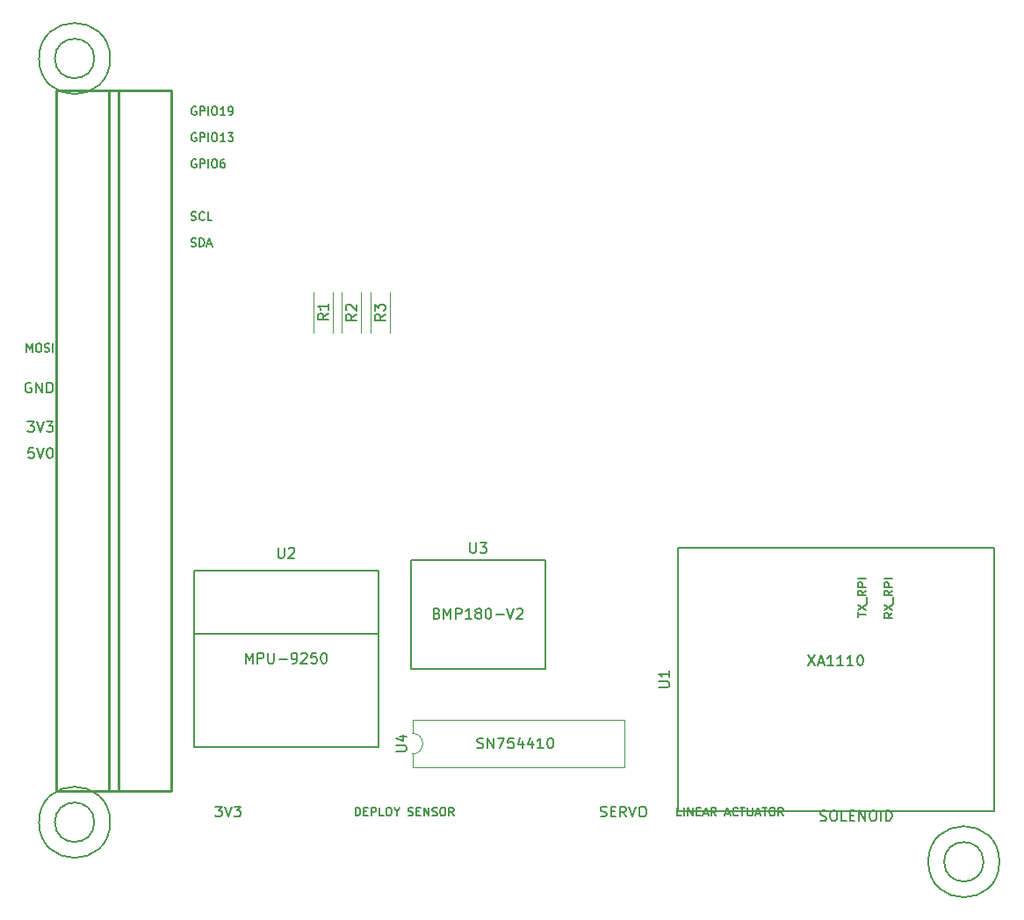
<source format=gto>
G04 #@! TF.GenerationSoftware,KiCad,Pcbnew,6.0.0-rc1-unknown-eabae68~66~ubuntu18.04.1*
G04 #@! TF.CreationDate,2018-10-31T19:35:59-03:00*
G04 #@! TF.ProjectId,Balloon_bus,42616C6C6F6F6E5F6275732E6B696361,rev?*
G04 #@! TF.SameCoordinates,Original*
G04 #@! TF.FileFunction,Legend,Top*
G04 #@! TF.FilePolarity,Positive*
%FSLAX46Y46*%
G04 Gerber Fmt 4.6, Leading zero omitted, Abs format (unit mm)*
G04 Created by KiCad (PCBNEW 6.0.0-rc1-unknown-eabae68~66~ubuntu18.04.1) date mié 31 oct 2018 19:35:59 -03*
%MOMM*%
%LPD*%
G01*
G04 APERTURE LIST*
%ADD10C,0.150000*%
%ADD11C,0.254000*%
%ADD12C,0.203200*%
%ADD13C,0.152400*%
%ADD14C,0.120000*%
G04 APERTURE END LIST*
D10*
X184441904Y-121602261D02*
X184060952Y-121868928D01*
X184441904Y-122059404D02*
X183641904Y-122059404D01*
X183641904Y-121754642D01*
X183680000Y-121678452D01*
X183718095Y-121640357D01*
X183794285Y-121602261D01*
X183908571Y-121602261D01*
X183984761Y-121640357D01*
X184022857Y-121678452D01*
X184060952Y-121754642D01*
X184060952Y-122059404D01*
X183641904Y-121335595D02*
X184441904Y-120802261D01*
X183641904Y-120802261D02*
X184441904Y-121335595D01*
X184518095Y-120687976D02*
X184518095Y-120078452D01*
X184441904Y-119430833D02*
X184060952Y-119697500D01*
X184441904Y-119887976D02*
X183641904Y-119887976D01*
X183641904Y-119583214D01*
X183680000Y-119507023D01*
X183718095Y-119468928D01*
X183794285Y-119430833D01*
X183908571Y-119430833D01*
X183984761Y-119468928D01*
X184022857Y-119507023D01*
X184060952Y-119583214D01*
X184060952Y-119887976D01*
X184441904Y-119087976D02*
X183641904Y-119087976D01*
X183641904Y-118783214D01*
X183680000Y-118707023D01*
X183718095Y-118668928D01*
X183794285Y-118630833D01*
X183908571Y-118630833D01*
X183984761Y-118668928D01*
X184022857Y-118707023D01*
X184060952Y-118783214D01*
X184060952Y-119087976D01*
X184441904Y-118287976D02*
X183641904Y-118287976D01*
X181101904Y-121983214D02*
X181101904Y-121526071D01*
X181901904Y-121754642D02*
X181101904Y-121754642D01*
X181101904Y-121335595D02*
X181901904Y-120802261D01*
X181101904Y-120802261D02*
X181901904Y-121335595D01*
X181978095Y-120687976D02*
X181978095Y-120078452D01*
X181901904Y-119430833D02*
X181520952Y-119697500D01*
X181901904Y-119887976D02*
X181101904Y-119887976D01*
X181101904Y-119583214D01*
X181140000Y-119507023D01*
X181178095Y-119468928D01*
X181254285Y-119430833D01*
X181368571Y-119430833D01*
X181444761Y-119468928D01*
X181482857Y-119507023D01*
X181520952Y-119583214D01*
X181520952Y-119887976D01*
X181901904Y-119087976D02*
X181101904Y-119087976D01*
X181101904Y-118783214D01*
X181140000Y-118707023D01*
X181178095Y-118668928D01*
X181254285Y-118630833D01*
X181368571Y-118630833D01*
X181444761Y-118668928D01*
X181482857Y-118707023D01*
X181520952Y-118783214D01*
X181520952Y-119087976D01*
X181901904Y-118287976D02*
X181101904Y-118287976D01*
X117307023Y-72797800D02*
X117230833Y-72759704D01*
X117116547Y-72759704D01*
X117002261Y-72797800D01*
X116926071Y-72873990D01*
X116887976Y-72950180D01*
X116849880Y-73102561D01*
X116849880Y-73216847D01*
X116887976Y-73369228D01*
X116926071Y-73445419D01*
X117002261Y-73521609D01*
X117116547Y-73559704D01*
X117192738Y-73559704D01*
X117307023Y-73521609D01*
X117345119Y-73483514D01*
X117345119Y-73216847D01*
X117192738Y-73216847D01*
X117687976Y-73559704D02*
X117687976Y-72759704D01*
X117992738Y-72759704D01*
X118068928Y-72797800D01*
X118107023Y-72835895D01*
X118145119Y-72912085D01*
X118145119Y-73026371D01*
X118107023Y-73102561D01*
X118068928Y-73140657D01*
X117992738Y-73178752D01*
X117687976Y-73178752D01*
X118487976Y-73559704D02*
X118487976Y-72759704D01*
X119021309Y-72759704D02*
X119173690Y-72759704D01*
X119249880Y-72797800D01*
X119326071Y-72873990D01*
X119364166Y-73026371D01*
X119364166Y-73293038D01*
X119326071Y-73445419D01*
X119249880Y-73521609D01*
X119173690Y-73559704D01*
X119021309Y-73559704D01*
X118945119Y-73521609D01*
X118868928Y-73445419D01*
X118830833Y-73293038D01*
X118830833Y-73026371D01*
X118868928Y-72873990D01*
X118945119Y-72797800D01*
X119021309Y-72759704D01*
X120126071Y-73559704D02*
X119668928Y-73559704D01*
X119897500Y-73559704D02*
X119897500Y-72759704D01*
X119821309Y-72873990D01*
X119745119Y-72950180D01*
X119668928Y-72988276D01*
X120507023Y-73559704D02*
X120659404Y-73559704D01*
X120735595Y-73521609D01*
X120773690Y-73483514D01*
X120849880Y-73369228D01*
X120887976Y-73216847D01*
X120887976Y-72912085D01*
X120849880Y-72835895D01*
X120811785Y-72797800D01*
X120735595Y-72759704D01*
X120583214Y-72759704D01*
X120507023Y-72797800D01*
X120468928Y-72835895D01*
X120430833Y-72912085D01*
X120430833Y-73102561D01*
X120468928Y-73178752D01*
X120507023Y-73216847D01*
X120583214Y-73254942D01*
X120735595Y-73254942D01*
X120811785Y-73216847D01*
X120849880Y-73178752D01*
X120887976Y-73102561D01*
X117307023Y-75337800D02*
X117230833Y-75299704D01*
X117116547Y-75299704D01*
X117002261Y-75337800D01*
X116926071Y-75413990D01*
X116887976Y-75490180D01*
X116849880Y-75642561D01*
X116849880Y-75756847D01*
X116887976Y-75909228D01*
X116926071Y-75985419D01*
X117002261Y-76061609D01*
X117116547Y-76099704D01*
X117192738Y-76099704D01*
X117307023Y-76061609D01*
X117345119Y-76023514D01*
X117345119Y-75756847D01*
X117192738Y-75756847D01*
X117687976Y-76099704D02*
X117687976Y-75299704D01*
X117992738Y-75299704D01*
X118068928Y-75337800D01*
X118107023Y-75375895D01*
X118145119Y-75452085D01*
X118145119Y-75566371D01*
X118107023Y-75642561D01*
X118068928Y-75680657D01*
X117992738Y-75718752D01*
X117687976Y-75718752D01*
X118487976Y-76099704D02*
X118487976Y-75299704D01*
X119021309Y-75299704D02*
X119173690Y-75299704D01*
X119249880Y-75337800D01*
X119326071Y-75413990D01*
X119364166Y-75566371D01*
X119364166Y-75833038D01*
X119326071Y-75985419D01*
X119249880Y-76061609D01*
X119173690Y-76099704D01*
X119021309Y-76099704D01*
X118945119Y-76061609D01*
X118868928Y-75985419D01*
X118830833Y-75833038D01*
X118830833Y-75566371D01*
X118868928Y-75413990D01*
X118945119Y-75337800D01*
X119021309Y-75299704D01*
X120126071Y-76099704D02*
X119668928Y-76099704D01*
X119897500Y-76099704D02*
X119897500Y-75299704D01*
X119821309Y-75413990D01*
X119745119Y-75490180D01*
X119668928Y-75528276D01*
X120392738Y-75299704D02*
X120887976Y-75299704D01*
X120621309Y-75604466D01*
X120735595Y-75604466D01*
X120811785Y-75642561D01*
X120849880Y-75680657D01*
X120887976Y-75756847D01*
X120887976Y-75947323D01*
X120849880Y-76023514D01*
X120811785Y-76061609D01*
X120735595Y-76099704D01*
X120507023Y-76099704D01*
X120430833Y-76061609D01*
X120392738Y-76023514D01*
X117307023Y-77877800D02*
X117230833Y-77839704D01*
X117116547Y-77839704D01*
X117002261Y-77877800D01*
X116926071Y-77953990D01*
X116887976Y-78030180D01*
X116849880Y-78182561D01*
X116849880Y-78296847D01*
X116887976Y-78449228D01*
X116926071Y-78525419D01*
X117002261Y-78601609D01*
X117116547Y-78639704D01*
X117192738Y-78639704D01*
X117307023Y-78601609D01*
X117345119Y-78563514D01*
X117345119Y-78296847D01*
X117192738Y-78296847D01*
X117687976Y-78639704D02*
X117687976Y-77839704D01*
X117992738Y-77839704D01*
X118068928Y-77877800D01*
X118107023Y-77915895D01*
X118145119Y-77992085D01*
X118145119Y-78106371D01*
X118107023Y-78182561D01*
X118068928Y-78220657D01*
X117992738Y-78258752D01*
X117687976Y-78258752D01*
X118487976Y-78639704D02*
X118487976Y-77839704D01*
X119021309Y-77839704D02*
X119173690Y-77839704D01*
X119249880Y-77877800D01*
X119326071Y-77953990D01*
X119364166Y-78106371D01*
X119364166Y-78373038D01*
X119326071Y-78525419D01*
X119249880Y-78601609D01*
X119173690Y-78639704D01*
X119021309Y-78639704D01*
X118945119Y-78601609D01*
X118868928Y-78525419D01*
X118830833Y-78373038D01*
X118830833Y-78106371D01*
X118868928Y-77953990D01*
X118945119Y-77877800D01*
X119021309Y-77839704D01*
X120049880Y-77839704D02*
X119897500Y-77839704D01*
X119821309Y-77877800D01*
X119783214Y-77915895D01*
X119707023Y-78030180D01*
X119668928Y-78182561D01*
X119668928Y-78487323D01*
X119707023Y-78563514D01*
X119745119Y-78601609D01*
X119821309Y-78639704D01*
X119973690Y-78639704D01*
X120049880Y-78601609D01*
X120087976Y-78563514D01*
X120126071Y-78487323D01*
X120126071Y-78296847D01*
X120087976Y-78220657D01*
X120049880Y-78182561D01*
X119973690Y-78144466D01*
X119821309Y-78144466D01*
X119745119Y-78182561D01*
X119707023Y-78220657D01*
X119668928Y-78296847D01*
X116849880Y-83681609D02*
X116964166Y-83719704D01*
X117154642Y-83719704D01*
X117230833Y-83681609D01*
X117268928Y-83643514D01*
X117307023Y-83567323D01*
X117307023Y-83491133D01*
X117268928Y-83414942D01*
X117230833Y-83376847D01*
X117154642Y-83338752D01*
X117002261Y-83300657D01*
X116926071Y-83262561D01*
X116887976Y-83224466D01*
X116849880Y-83148276D01*
X116849880Y-83072085D01*
X116887976Y-82995895D01*
X116926071Y-82957800D01*
X117002261Y-82919704D01*
X117192738Y-82919704D01*
X117307023Y-82957800D01*
X118107023Y-83643514D02*
X118068928Y-83681609D01*
X117954642Y-83719704D01*
X117878452Y-83719704D01*
X117764166Y-83681609D01*
X117687976Y-83605419D01*
X117649880Y-83529228D01*
X117611785Y-83376847D01*
X117611785Y-83262561D01*
X117649880Y-83110180D01*
X117687976Y-83033990D01*
X117764166Y-82957800D01*
X117878452Y-82919704D01*
X117954642Y-82919704D01*
X118068928Y-82957800D01*
X118107023Y-82995895D01*
X118830833Y-83719704D02*
X118449880Y-83719704D01*
X118449880Y-82919704D01*
X116849880Y-86221609D02*
X116964166Y-86259704D01*
X117154642Y-86259704D01*
X117230833Y-86221609D01*
X117268928Y-86183514D01*
X117307023Y-86107323D01*
X117307023Y-86031133D01*
X117268928Y-85954942D01*
X117230833Y-85916847D01*
X117154642Y-85878752D01*
X117002261Y-85840657D01*
X116926071Y-85802561D01*
X116887976Y-85764466D01*
X116849880Y-85688276D01*
X116849880Y-85612085D01*
X116887976Y-85535895D01*
X116926071Y-85497800D01*
X117002261Y-85459704D01*
X117192738Y-85459704D01*
X117307023Y-85497800D01*
X117649880Y-86259704D02*
X117649880Y-85459704D01*
X117840357Y-85459704D01*
X117954642Y-85497800D01*
X118030833Y-85573990D01*
X118068928Y-85650180D01*
X118107023Y-85802561D01*
X118107023Y-85916847D01*
X118068928Y-86069228D01*
X118030833Y-86145419D01*
X117954642Y-86221609D01*
X117840357Y-86259704D01*
X117649880Y-86259704D01*
X118411785Y-86031133D02*
X118792738Y-86031133D01*
X118335595Y-86259704D02*
X118602261Y-85459704D01*
X118868928Y-86259704D01*
X119181904Y-140252380D02*
X119800952Y-140252380D01*
X119467619Y-140633333D01*
X119610476Y-140633333D01*
X119705714Y-140680952D01*
X119753333Y-140728571D01*
X119800952Y-140823809D01*
X119800952Y-141061904D01*
X119753333Y-141157142D01*
X119705714Y-141204761D01*
X119610476Y-141252380D01*
X119324761Y-141252380D01*
X119229523Y-141204761D01*
X119181904Y-141157142D01*
X120086666Y-140252380D02*
X120420000Y-141252380D01*
X120753333Y-140252380D01*
X120991428Y-140252380D02*
X121610476Y-140252380D01*
X121277142Y-140633333D01*
X121420000Y-140633333D01*
X121515238Y-140680952D01*
X121562857Y-140728571D01*
X121610476Y-140823809D01*
X121610476Y-141061904D01*
X121562857Y-141157142D01*
X121515238Y-141204761D01*
X121420000Y-141252380D01*
X121134285Y-141252380D01*
X121039047Y-141204761D01*
X120991428Y-141157142D01*
X100997738Y-96419704D02*
X100997738Y-95619704D01*
X101264404Y-96191133D01*
X101531071Y-95619704D01*
X101531071Y-96419704D01*
X102064404Y-95619704D02*
X102216785Y-95619704D01*
X102292976Y-95657800D01*
X102369166Y-95733990D01*
X102407261Y-95886371D01*
X102407261Y-96153038D01*
X102369166Y-96305419D01*
X102292976Y-96381609D01*
X102216785Y-96419704D01*
X102064404Y-96419704D01*
X101988214Y-96381609D01*
X101912023Y-96305419D01*
X101873928Y-96153038D01*
X101873928Y-95886371D01*
X101912023Y-95733990D01*
X101988214Y-95657800D01*
X102064404Y-95619704D01*
X102712023Y-96381609D02*
X102826309Y-96419704D01*
X103016785Y-96419704D01*
X103092976Y-96381609D01*
X103131071Y-96343514D01*
X103169166Y-96267323D01*
X103169166Y-96191133D01*
X103131071Y-96114942D01*
X103092976Y-96076847D01*
X103016785Y-96038752D01*
X102864404Y-96000657D01*
X102788214Y-95962561D01*
X102750119Y-95924466D01*
X102712023Y-95848276D01*
X102712023Y-95772085D01*
X102750119Y-95695895D01*
X102788214Y-95657800D01*
X102864404Y-95619704D01*
X103054880Y-95619704D01*
X103169166Y-95657800D01*
X103512023Y-96419704D02*
X103512023Y-95619704D01*
X101416785Y-99400000D02*
X101321547Y-99352380D01*
X101178690Y-99352380D01*
X101035833Y-99400000D01*
X100940595Y-99495238D01*
X100892976Y-99590476D01*
X100845357Y-99780952D01*
X100845357Y-99923809D01*
X100892976Y-100114285D01*
X100940595Y-100209523D01*
X101035833Y-100304761D01*
X101178690Y-100352380D01*
X101273928Y-100352380D01*
X101416785Y-100304761D01*
X101464404Y-100257142D01*
X101464404Y-99923809D01*
X101273928Y-99923809D01*
X101892976Y-100352380D02*
X101892976Y-99352380D01*
X102464404Y-100352380D01*
X102464404Y-99352380D01*
X102940595Y-100352380D02*
X102940595Y-99352380D01*
X103178690Y-99352380D01*
X103321547Y-99400000D01*
X103416785Y-99495238D01*
X103464404Y-99590476D01*
X103512023Y-99780952D01*
X103512023Y-99923809D01*
X103464404Y-100114285D01*
X103416785Y-100209523D01*
X103321547Y-100304761D01*
X103178690Y-100352380D01*
X102940595Y-100352380D01*
X101083452Y-103130180D02*
X101702500Y-103130180D01*
X101369166Y-103511133D01*
X101512023Y-103511133D01*
X101607261Y-103558752D01*
X101654880Y-103606371D01*
X101702500Y-103701609D01*
X101702500Y-103939704D01*
X101654880Y-104034942D01*
X101607261Y-104082561D01*
X101512023Y-104130180D01*
X101226309Y-104130180D01*
X101131071Y-104082561D01*
X101083452Y-104034942D01*
X101988214Y-103130180D02*
X102321547Y-104130180D01*
X102654880Y-103130180D01*
X102892976Y-103130180D02*
X103512023Y-103130180D01*
X103178690Y-103511133D01*
X103321547Y-103511133D01*
X103416785Y-103558752D01*
X103464404Y-103606371D01*
X103512023Y-103701609D01*
X103512023Y-103939704D01*
X103464404Y-104034942D01*
X103416785Y-104082561D01*
X103321547Y-104130180D01*
X103035833Y-104130180D01*
X102940595Y-104082561D01*
X102892976Y-104034942D01*
X101654880Y-105670180D02*
X101178690Y-105670180D01*
X101131071Y-106146371D01*
X101178690Y-106098752D01*
X101273928Y-106051133D01*
X101512023Y-106051133D01*
X101607261Y-106098752D01*
X101654880Y-106146371D01*
X101702500Y-106241609D01*
X101702500Y-106479704D01*
X101654880Y-106574942D01*
X101607261Y-106622561D01*
X101512023Y-106670180D01*
X101273928Y-106670180D01*
X101178690Y-106622561D01*
X101131071Y-106574942D01*
X101988214Y-105670180D02*
X102321547Y-106670180D01*
X102654880Y-105670180D01*
X103178690Y-105670180D02*
X103273928Y-105670180D01*
X103369166Y-105717800D01*
X103416785Y-105765419D01*
X103464404Y-105860657D01*
X103512023Y-106051133D01*
X103512023Y-106289228D01*
X103464404Y-106479704D01*
X103416785Y-106574942D01*
X103369166Y-106622561D01*
X103273928Y-106670180D01*
X103178690Y-106670180D01*
X103083452Y-106622561D01*
X103035833Y-106574942D01*
X102988214Y-106479704D01*
X102940595Y-106289228D01*
X102940595Y-106051133D01*
X102988214Y-105860657D01*
X103035833Y-105765419D01*
X103083452Y-105717800D01*
X103178690Y-105670180D01*
D11*
G04 #@! TO.C,H1H2*
X109840500Y-71165800D02*
X109840500Y-138729800D01*
X103872500Y-71165800D02*
X109840500Y-71165800D01*
X103872500Y-138729800D02*
X103872500Y-71165800D01*
X109840500Y-138729800D02*
X103872500Y-138729800D01*
X114920500Y-71165800D02*
X114920500Y-138729800D01*
X108952500Y-71165800D02*
X114920500Y-71165800D01*
X108952500Y-138729800D02*
X108952500Y-71165800D01*
X114920500Y-138729800D02*
X108952500Y-138729800D01*
D12*
G04 #@! TO.C,U$11*
X107506500Y-68117800D02*
G75*
G03X107506500Y-68117800I-1900000J0D01*
G01*
D13*
X109035500Y-68117800D02*
G75*
G03X109035500Y-68117800I-3429000J0D01*
G01*
D12*
G04 #@! TO.C,U$13*
X193236500Y-145587800D02*
G75*
G03X193236500Y-145587800I-1900000J0D01*
G01*
D13*
X194765500Y-145587800D02*
G75*
G03X194765500Y-145587800I-3429000J0D01*
G01*
D12*
G04 #@! TO.C,U$14*
X107506500Y-141777800D02*
G75*
G03X107506500Y-141777800I-1900000J0D01*
G01*
D13*
X109035500Y-141777800D02*
G75*
G03X109035500Y-141777800I-3429000J0D01*
G01*
D14*
G04 #@! TO.C,U4*
X138170000Y-133190000D02*
G75*
G02X138170000Y-135190000I0J-1000000D01*
G01*
X138170000Y-135190000D02*
X138170000Y-136440000D01*
X138170000Y-136440000D02*
X158610000Y-136440000D01*
X158610000Y-136440000D02*
X158610000Y-131940000D01*
X158610000Y-131940000D02*
X138170000Y-131940000D01*
X138170000Y-131940000D02*
X138170000Y-133190000D01*
D10*
G04 #@! TO.C,U1*
X163760000Y-140700000D02*
X194240000Y-140700000D01*
X194240000Y-140700000D02*
X194240000Y-115300000D01*
X194240000Y-115300000D02*
X163760000Y-115300000D01*
X163760000Y-140700000D02*
X163760000Y-115300000D01*
G04 #@! TO.C,U3*
X138000000Y-116450000D02*
X138000000Y-126950000D01*
X138000000Y-126950000D02*
X151000000Y-126950000D01*
X151000000Y-126950000D02*
X151000000Y-116450000D01*
X151000000Y-116450000D02*
X138000000Y-116450000D01*
G04 #@! TO.C,U2*
X117110000Y-134510000D02*
X134890000Y-134510000D01*
X117110000Y-117490000D02*
X134890000Y-117490000D01*
X117110000Y-117490000D02*
X117110000Y-134510000D01*
X134890000Y-117490000D02*
X134890000Y-134510000D01*
X117110000Y-123590000D02*
X134890000Y-123590000D01*
D14*
G04 #@! TO.C,R1*
X128680000Y-94530000D02*
X128680000Y-90690000D01*
X130520000Y-94530000D02*
X130520000Y-90690000D01*
G04 #@! TO.C,R2*
X133220000Y-94530000D02*
X133220000Y-90690000D01*
X131380000Y-94530000D02*
X131380000Y-90690000D01*
G04 #@! TO.C,R3*
X134130000Y-94530000D02*
X134130000Y-90690000D01*
X135970000Y-94530000D02*
X135970000Y-90690000D01*
G04 #@! TO.C,J4*
D10*
X177497619Y-141604761D02*
X177640476Y-141652380D01*
X177878571Y-141652380D01*
X177973809Y-141604761D01*
X178021428Y-141557142D01*
X178069047Y-141461904D01*
X178069047Y-141366666D01*
X178021428Y-141271428D01*
X177973809Y-141223809D01*
X177878571Y-141176190D01*
X177688095Y-141128571D01*
X177592857Y-141080952D01*
X177545238Y-141033333D01*
X177497619Y-140938095D01*
X177497619Y-140842857D01*
X177545238Y-140747619D01*
X177592857Y-140700000D01*
X177688095Y-140652380D01*
X177926190Y-140652380D01*
X178069047Y-140700000D01*
X178688095Y-140652380D02*
X178878571Y-140652380D01*
X178973809Y-140700000D01*
X179069047Y-140795238D01*
X179116666Y-140985714D01*
X179116666Y-141319047D01*
X179069047Y-141509523D01*
X178973809Y-141604761D01*
X178878571Y-141652380D01*
X178688095Y-141652380D01*
X178592857Y-141604761D01*
X178497619Y-141509523D01*
X178450000Y-141319047D01*
X178450000Y-140985714D01*
X178497619Y-140795238D01*
X178592857Y-140700000D01*
X178688095Y-140652380D01*
X180021428Y-141652380D02*
X179545238Y-141652380D01*
X179545238Y-140652380D01*
X180354761Y-141128571D02*
X180688095Y-141128571D01*
X180830952Y-141652380D02*
X180354761Y-141652380D01*
X180354761Y-140652380D01*
X180830952Y-140652380D01*
X181259523Y-141652380D02*
X181259523Y-140652380D01*
X181830952Y-141652380D01*
X181830952Y-140652380D01*
X182497619Y-140652380D02*
X182688095Y-140652380D01*
X182783333Y-140700000D01*
X182878571Y-140795238D01*
X182926190Y-140985714D01*
X182926190Y-141319047D01*
X182878571Y-141509523D01*
X182783333Y-141604761D01*
X182688095Y-141652380D01*
X182497619Y-141652380D01*
X182402380Y-141604761D01*
X182307142Y-141509523D01*
X182259523Y-141319047D01*
X182259523Y-140985714D01*
X182307142Y-140795238D01*
X182402380Y-140700000D01*
X182497619Y-140652380D01*
X183354761Y-141652380D02*
X183354761Y-140652380D01*
X183830952Y-141652380D02*
X183830952Y-140652380D01*
X184069047Y-140652380D01*
X184211904Y-140700000D01*
X184307142Y-140795238D01*
X184354761Y-140890476D01*
X184402380Y-141080952D01*
X184402380Y-141223809D01*
X184354761Y-141414285D01*
X184307142Y-141509523D01*
X184211904Y-141604761D01*
X184069047Y-141652380D01*
X183830952Y-141652380D01*
G04 #@! TO.C,J2*
X132696190Y-141161904D02*
X132696190Y-140361904D01*
X132886666Y-140361904D01*
X133000952Y-140400000D01*
X133077142Y-140476190D01*
X133115238Y-140552380D01*
X133153333Y-140704761D01*
X133153333Y-140819047D01*
X133115238Y-140971428D01*
X133077142Y-141047619D01*
X133000952Y-141123809D01*
X132886666Y-141161904D01*
X132696190Y-141161904D01*
X133496190Y-140742857D02*
X133762857Y-140742857D01*
X133877142Y-141161904D02*
X133496190Y-141161904D01*
X133496190Y-140361904D01*
X133877142Y-140361904D01*
X134220000Y-141161904D02*
X134220000Y-140361904D01*
X134524761Y-140361904D01*
X134600952Y-140400000D01*
X134639047Y-140438095D01*
X134677142Y-140514285D01*
X134677142Y-140628571D01*
X134639047Y-140704761D01*
X134600952Y-140742857D01*
X134524761Y-140780952D01*
X134220000Y-140780952D01*
X135400952Y-141161904D02*
X135020000Y-141161904D01*
X135020000Y-140361904D01*
X135820000Y-140361904D02*
X135972380Y-140361904D01*
X136048571Y-140400000D01*
X136124761Y-140476190D01*
X136162857Y-140628571D01*
X136162857Y-140895238D01*
X136124761Y-141047619D01*
X136048571Y-141123809D01*
X135972380Y-141161904D01*
X135820000Y-141161904D01*
X135743809Y-141123809D01*
X135667619Y-141047619D01*
X135629523Y-140895238D01*
X135629523Y-140628571D01*
X135667619Y-140476190D01*
X135743809Y-140400000D01*
X135820000Y-140361904D01*
X136658095Y-140780952D02*
X136658095Y-141161904D01*
X136391428Y-140361904D02*
X136658095Y-140780952D01*
X136924761Y-140361904D01*
X137762857Y-141123809D02*
X137877142Y-141161904D01*
X138067619Y-141161904D01*
X138143809Y-141123809D01*
X138181904Y-141085714D01*
X138220000Y-141009523D01*
X138220000Y-140933333D01*
X138181904Y-140857142D01*
X138143809Y-140819047D01*
X138067619Y-140780952D01*
X137915238Y-140742857D01*
X137839047Y-140704761D01*
X137800952Y-140666666D01*
X137762857Y-140590476D01*
X137762857Y-140514285D01*
X137800952Y-140438095D01*
X137839047Y-140400000D01*
X137915238Y-140361904D01*
X138105714Y-140361904D01*
X138220000Y-140400000D01*
X138562857Y-140742857D02*
X138829523Y-140742857D01*
X138943809Y-141161904D02*
X138562857Y-141161904D01*
X138562857Y-140361904D01*
X138943809Y-140361904D01*
X139286666Y-141161904D02*
X139286666Y-140361904D01*
X139743809Y-141161904D01*
X139743809Y-140361904D01*
X140086666Y-141123809D02*
X140200952Y-141161904D01*
X140391428Y-141161904D01*
X140467619Y-141123809D01*
X140505714Y-141085714D01*
X140543809Y-141009523D01*
X140543809Y-140933333D01*
X140505714Y-140857142D01*
X140467619Y-140819047D01*
X140391428Y-140780952D01*
X140239047Y-140742857D01*
X140162857Y-140704761D01*
X140124761Y-140666666D01*
X140086666Y-140590476D01*
X140086666Y-140514285D01*
X140124761Y-140438095D01*
X140162857Y-140400000D01*
X140239047Y-140361904D01*
X140429523Y-140361904D01*
X140543809Y-140400000D01*
X141039047Y-140361904D02*
X141191428Y-140361904D01*
X141267619Y-140400000D01*
X141343809Y-140476190D01*
X141381904Y-140628571D01*
X141381904Y-140895238D01*
X141343809Y-141047619D01*
X141267619Y-141123809D01*
X141191428Y-141161904D01*
X141039047Y-141161904D01*
X140962857Y-141123809D01*
X140886666Y-141047619D01*
X140848571Y-140895238D01*
X140848571Y-140628571D01*
X140886666Y-140476190D01*
X140962857Y-140400000D01*
X141039047Y-140361904D01*
X142181904Y-141161904D02*
X141915238Y-140780952D01*
X141724761Y-141161904D02*
X141724761Y-140361904D01*
X142029523Y-140361904D01*
X142105714Y-140400000D01*
X142143809Y-140438095D01*
X142181904Y-140514285D01*
X142181904Y-140628571D01*
X142143809Y-140704761D01*
X142105714Y-140742857D01*
X142029523Y-140780952D01*
X141724761Y-140780952D01*
G04 #@! TO.C,J3*
X156309523Y-141204761D02*
X156452380Y-141252380D01*
X156690476Y-141252380D01*
X156785714Y-141204761D01*
X156833333Y-141157142D01*
X156880952Y-141061904D01*
X156880952Y-140966666D01*
X156833333Y-140871428D01*
X156785714Y-140823809D01*
X156690476Y-140776190D01*
X156500000Y-140728571D01*
X156404761Y-140680952D01*
X156357142Y-140633333D01*
X156309523Y-140538095D01*
X156309523Y-140442857D01*
X156357142Y-140347619D01*
X156404761Y-140300000D01*
X156500000Y-140252380D01*
X156738095Y-140252380D01*
X156880952Y-140300000D01*
X157309523Y-140728571D02*
X157642857Y-140728571D01*
X157785714Y-141252380D02*
X157309523Y-141252380D01*
X157309523Y-140252380D01*
X157785714Y-140252380D01*
X158785714Y-141252380D02*
X158452380Y-140776190D01*
X158214285Y-141252380D02*
X158214285Y-140252380D01*
X158595238Y-140252380D01*
X158690476Y-140300000D01*
X158738095Y-140347619D01*
X158785714Y-140442857D01*
X158785714Y-140585714D01*
X158738095Y-140680952D01*
X158690476Y-140728571D01*
X158595238Y-140776190D01*
X158214285Y-140776190D01*
X159071428Y-140252380D02*
X159404761Y-141252380D01*
X159738095Y-140252380D01*
X160261904Y-140252380D02*
X160452380Y-140252380D01*
X160547619Y-140300000D01*
X160642857Y-140395238D01*
X160690476Y-140585714D01*
X160690476Y-140919047D01*
X160642857Y-141109523D01*
X160547619Y-141204761D01*
X160452380Y-141252380D01*
X160261904Y-141252380D01*
X160166666Y-141204761D01*
X160071428Y-141109523D01*
X160023809Y-140919047D01*
X160023809Y-140585714D01*
X160071428Y-140395238D01*
X160166666Y-140300000D01*
X160261904Y-140252380D01*
G04 #@! TO.C,J5*
X164095238Y-141161904D02*
X163714285Y-141161904D01*
X163714285Y-140361904D01*
X164361904Y-141161904D02*
X164361904Y-140361904D01*
X164742857Y-141161904D02*
X164742857Y-140361904D01*
X165200000Y-141161904D01*
X165200000Y-140361904D01*
X165580952Y-140742857D02*
X165847619Y-140742857D01*
X165961904Y-141161904D02*
X165580952Y-141161904D01*
X165580952Y-140361904D01*
X165961904Y-140361904D01*
X166266666Y-140933333D02*
X166647619Y-140933333D01*
X166190476Y-141161904D02*
X166457142Y-140361904D01*
X166723809Y-141161904D01*
X167447619Y-141161904D02*
X167180952Y-140780952D01*
X166990476Y-141161904D02*
X166990476Y-140361904D01*
X167295238Y-140361904D01*
X167371428Y-140400000D01*
X167409523Y-140438095D01*
X167447619Y-140514285D01*
X167447619Y-140628571D01*
X167409523Y-140704761D01*
X167371428Y-140742857D01*
X167295238Y-140780952D01*
X166990476Y-140780952D01*
X168361904Y-140933333D02*
X168742857Y-140933333D01*
X168285714Y-141161904D02*
X168552380Y-140361904D01*
X168819047Y-141161904D01*
X169542857Y-141085714D02*
X169504761Y-141123809D01*
X169390476Y-141161904D01*
X169314285Y-141161904D01*
X169200000Y-141123809D01*
X169123809Y-141047619D01*
X169085714Y-140971428D01*
X169047619Y-140819047D01*
X169047619Y-140704761D01*
X169085714Y-140552380D01*
X169123809Y-140476190D01*
X169200000Y-140400000D01*
X169314285Y-140361904D01*
X169390476Y-140361904D01*
X169504761Y-140400000D01*
X169542857Y-140438095D01*
X169771428Y-140361904D02*
X170228571Y-140361904D01*
X170000000Y-141161904D02*
X170000000Y-140361904D01*
X170495238Y-140361904D02*
X170495238Y-141009523D01*
X170533333Y-141085714D01*
X170571428Y-141123809D01*
X170647619Y-141161904D01*
X170800000Y-141161904D01*
X170876190Y-141123809D01*
X170914285Y-141085714D01*
X170952380Y-141009523D01*
X170952380Y-140361904D01*
X171295238Y-140933333D02*
X171676190Y-140933333D01*
X171219047Y-141161904D02*
X171485714Y-140361904D01*
X171752380Y-141161904D01*
X171904761Y-140361904D02*
X172361904Y-140361904D01*
X172133333Y-141161904D02*
X172133333Y-140361904D01*
X172780952Y-140361904D02*
X172933333Y-140361904D01*
X173009523Y-140400000D01*
X173085714Y-140476190D01*
X173123809Y-140628571D01*
X173123809Y-140895238D01*
X173085714Y-141047619D01*
X173009523Y-141123809D01*
X172933333Y-141161904D01*
X172780952Y-141161904D01*
X172704761Y-141123809D01*
X172628571Y-141047619D01*
X172590476Y-140895238D01*
X172590476Y-140628571D01*
X172628571Y-140476190D01*
X172704761Y-140400000D01*
X172780952Y-140361904D01*
X173923809Y-141161904D02*
X173657142Y-140780952D01*
X173466666Y-141161904D02*
X173466666Y-140361904D01*
X173771428Y-140361904D01*
X173847619Y-140400000D01*
X173885714Y-140438095D01*
X173923809Y-140514285D01*
X173923809Y-140628571D01*
X173885714Y-140704761D01*
X173847619Y-140742857D01*
X173771428Y-140780952D01*
X173466666Y-140780952D01*
G04 #@! TO.C,U4*
X136622380Y-134951904D02*
X137431904Y-134951904D01*
X137527142Y-134904285D01*
X137574761Y-134856666D01*
X137622380Y-134761428D01*
X137622380Y-134570952D01*
X137574761Y-134475714D01*
X137527142Y-134428095D01*
X137431904Y-134380476D01*
X136622380Y-134380476D01*
X136955714Y-133475714D02*
X137622380Y-133475714D01*
X136574761Y-133713809D02*
X137289047Y-133951904D01*
X137289047Y-133332857D01*
X144433333Y-134594761D02*
X144576190Y-134642380D01*
X144814285Y-134642380D01*
X144909523Y-134594761D01*
X144957142Y-134547142D01*
X145004761Y-134451904D01*
X145004761Y-134356666D01*
X144957142Y-134261428D01*
X144909523Y-134213809D01*
X144814285Y-134166190D01*
X144623809Y-134118571D01*
X144528571Y-134070952D01*
X144480952Y-134023333D01*
X144433333Y-133928095D01*
X144433333Y-133832857D01*
X144480952Y-133737619D01*
X144528571Y-133690000D01*
X144623809Y-133642380D01*
X144861904Y-133642380D01*
X145004761Y-133690000D01*
X145433333Y-134642380D02*
X145433333Y-133642380D01*
X146004761Y-134642380D01*
X146004761Y-133642380D01*
X146385714Y-133642380D02*
X147052380Y-133642380D01*
X146623809Y-134642380D01*
X147909523Y-133642380D02*
X147433333Y-133642380D01*
X147385714Y-134118571D01*
X147433333Y-134070952D01*
X147528571Y-134023333D01*
X147766666Y-134023333D01*
X147861904Y-134070952D01*
X147909523Y-134118571D01*
X147957142Y-134213809D01*
X147957142Y-134451904D01*
X147909523Y-134547142D01*
X147861904Y-134594761D01*
X147766666Y-134642380D01*
X147528571Y-134642380D01*
X147433333Y-134594761D01*
X147385714Y-134547142D01*
X148814285Y-133975714D02*
X148814285Y-134642380D01*
X148576190Y-133594761D02*
X148338095Y-134309047D01*
X148957142Y-134309047D01*
X149766666Y-133975714D02*
X149766666Y-134642380D01*
X149528571Y-133594761D02*
X149290476Y-134309047D01*
X149909523Y-134309047D01*
X150814285Y-134642380D02*
X150242857Y-134642380D01*
X150528571Y-134642380D02*
X150528571Y-133642380D01*
X150433333Y-133785238D01*
X150338095Y-133880476D01*
X150242857Y-133928095D01*
X151433333Y-133642380D02*
X151528571Y-133642380D01*
X151623809Y-133690000D01*
X151671428Y-133737619D01*
X151719047Y-133832857D01*
X151766666Y-134023333D01*
X151766666Y-134261428D01*
X151719047Y-134451904D01*
X151671428Y-134547142D01*
X151623809Y-134594761D01*
X151528571Y-134642380D01*
X151433333Y-134642380D01*
X151338095Y-134594761D01*
X151290476Y-134547142D01*
X151242857Y-134451904D01*
X151195238Y-134261428D01*
X151195238Y-134023333D01*
X151242857Y-133832857D01*
X151290476Y-133737619D01*
X151338095Y-133690000D01*
X151433333Y-133642380D01*
G04 #@! TO.C,U1*
X161942380Y-128761904D02*
X162751904Y-128761904D01*
X162847142Y-128714285D01*
X162894761Y-128666666D01*
X162942380Y-128571428D01*
X162942380Y-128380952D01*
X162894761Y-128285714D01*
X162847142Y-128238095D01*
X162751904Y-128190476D01*
X161942380Y-128190476D01*
X162942380Y-127190476D02*
X162942380Y-127761904D01*
X162942380Y-127476190D02*
X161942380Y-127476190D01*
X162085238Y-127571428D01*
X162180476Y-127666666D01*
X162228095Y-127761904D01*
X176333333Y-125652380D02*
X177000000Y-126652380D01*
X177000000Y-125652380D02*
X176333333Y-126652380D01*
X177333333Y-126366666D02*
X177809523Y-126366666D01*
X177238095Y-126652380D02*
X177571428Y-125652380D01*
X177904761Y-126652380D01*
X178761904Y-126652380D02*
X178190476Y-126652380D01*
X178476190Y-126652380D02*
X178476190Y-125652380D01*
X178380952Y-125795238D01*
X178285714Y-125890476D01*
X178190476Y-125938095D01*
X179714285Y-126652380D02*
X179142857Y-126652380D01*
X179428571Y-126652380D02*
X179428571Y-125652380D01*
X179333333Y-125795238D01*
X179238095Y-125890476D01*
X179142857Y-125938095D01*
X180666666Y-126652380D02*
X180095238Y-126652380D01*
X180380952Y-126652380D02*
X180380952Y-125652380D01*
X180285714Y-125795238D01*
X180190476Y-125890476D01*
X180095238Y-125938095D01*
X181285714Y-125652380D02*
X181380952Y-125652380D01*
X181476190Y-125700000D01*
X181523809Y-125747619D01*
X181571428Y-125842857D01*
X181619047Y-126033333D01*
X181619047Y-126271428D01*
X181571428Y-126461904D01*
X181523809Y-126557142D01*
X181476190Y-126604761D01*
X181380952Y-126652380D01*
X181285714Y-126652380D01*
X181190476Y-126604761D01*
X181142857Y-126557142D01*
X181095238Y-126461904D01*
X181047619Y-126271428D01*
X181047619Y-126033333D01*
X181095238Y-125842857D01*
X181142857Y-125747619D01*
X181190476Y-125700000D01*
X181285714Y-125652380D01*
G04 #@! TO.C,U3*
X143738095Y-114802380D02*
X143738095Y-115611904D01*
X143785714Y-115707142D01*
X143833333Y-115754761D01*
X143928571Y-115802380D01*
X144119047Y-115802380D01*
X144214285Y-115754761D01*
X144261904Y-115707142D01*
X144309523Y-115611904D01*
X144309523Y-114802380D01*
X144690476Y-114802380D02*
X145309523Y-114802380D01*
X144976190Y-115183333D01*
X145119047Y-115183333D01*
X145214285Y-115230952D01*
X145261904Y-115278571D01*
X145309523Y-115373809D01*
X145309523Y-115611904D01*
X145261904Y-115707142D01*
X145214285Y-115754761D01*
X145119047Y-115802380D01*
X144833333Y-115802380D01*
X144738095Y-115754761D01*
X144690476Y-115707142D01*
X140547619Y-121628571D02*
X140690476Y-121676190D01*
X140738095Y-121723809D01*
X140785714Y-121819047D01*
X140785714Y-121961904D01*
X140738095Y-122057142D01*
X140690476Y-122104761D01*
X140595238Y-122152380D01*
X140214285Y-122152380D01*
X140214285Y-121152380D01*
X140547619Y-121152380D01*
X140642857Y-121200000D01*
X140690476Y-121247619D01*
X140738095Y-121342857D01*
X140738095Y-121438095D01*
X140690476Y-121533333D01*
X140642857Y-121580952D01*
X140547619Y-121628571D01*
X140214285Y-121628571D01*
X141214285Y-122152380D02*
X141214285Y-121152380D01*
X141547619Y-121866666D01*
X141880952Y-121152380D01*
X141880952Y-122152380D01*
X142357142Y-122152380D02*
X142357142Y-121152380D01*
X142738095Y-121152380D01*
X142833333Y-121200000D01*
X142880952Y-121247619D01*
X142928571Y-121342857D01*
X142928571Y-121485714D01*
X142880952Y-121580952D01*
X142833333Y-121628571D01*
X142738095Y-121676190D01*
X142357142Y-121676190D01*
X143880952Y-122152380D02*
X143309523Y-122152380D01*
X143595238Y-122152380D02*
X143595238Y-121152380D01*
X143500000Y-121295238D01*
X143404761Y-121390476D01*
X143309523Y-121438095D01*
X144452380Y-121580952D02*
X144357142Y-121533333D01*
X144309523Y-121485714D01*
X144261904Y-121390476D01*
X144261904Y-121342857D01*
X144309523Y-121247619D01*
X144357142Y-121200000D01*
X144452380Y-121152380D01*
X144642857Y-121152380D01*
X144738095Y-121200000D01*
X144785714Y-121247619D01*
X144833333Y-121342857D01*
X144833333Y-121390476D01*
X144785714Y-121485714D01*
X144738095Y-121533333D01*
X144642857Y-121580952D01*
X144452380Y-121580952D01*
X144357142Y-121628571D01*
X144309523Y-121676190D01*
X144261904Y-121771428D01*
X144261904Y-121961904D01*
X144309523Y-122057142D01*
X144357142Y-122104761D01*
X144452380Y-122152380D01*
X144642857Y-122152380D01*
X144738095Y-122104761D01*
X144785714Y-122057142D01*
X144833333Y-121961904D01*
X144833333Y-121771428D01*
X144785714Y-121676190D01*
X144738095Y-121628571D01*
X144642857Y-121580952D01*
X145452380Y-121152380D02*
X145547619Y-121152380D01*
X145642857Y-121200000D01*
X145690476Y-121247619D01*
X145738095Y-121342857D01*
X145785714Y-121533333D01*
X145785714Y-121771428D01*
X145738095Y-121961904D01*
X145690476Y-122057142D01*
X145642857Y-122104761D01*
X145547619Y-122152380D01*
X145452380Y-122152380D01*
X145357142Y-122104761D01*
X145309523Y-122057142D01*
X145261904Y-121961904D01*
X145214285Y-121771428D01*
X145214285Y-121533333D01*
X145261904Y-121342857D01*
X145309523Y-121247619D01*
X145357142Y-121200000D01*
X145452380Y-121152380D01*
X146214285Y-121771428D02*
X146976190Y-121771428D01*
X147309523Y-121152380D02*
X147642857Y-122152380D01*
X147976190Y-121152380D01*
X148261904Y-121247619D02*
X148309523Y-121200000D01*
X148404761Y-121152380D01*
X148642857Y-121152380D01*
X148738095Y-121200000D01*
X148785714Y-121247619D01*
X148833333Y-121342857D01*
X148833333Y-121438095D01*
X148785714Y-121580952D01*
X148214285Y-122152380D01*
X148833333Y-122152380D01*
G04 #@! TO.C,U2*
X125238095Y-115292380D02*
X125238095Y-116101904D01*
X125285714Y-116197142D01*
X125333333Y-116244761D01*
X125428571Y-116292380D01*
X125619047Y-116292380D01*
X125714285Y-116244761D01*
X125761904Y-116197142D01*
X125809523Y-116101904D01*
X125809523Y-115292380D01*
X126238095Y-115387619D02*
X126285714Y-115340000D01*
X126380952Y-115292380D01*
X126619047Y-115292380D01*
X126714285Y-115340000D01*
X126761904Y-115387619D01*
X126809523Y-115482857D01*
X126809523Y-115578095D01*
X126761904Y-115720952D01*
X126190476Y-116292380D01*
X126809523Y-116292380D01*
X122119047Y-126452380D02*
X122119047Y-125452380D01*
X122452380Y-126166666D01*
X122785714Y-125452380D01*
X122785714Y-126452380D01*
X123261904Y-126452380D02*
X123261904Y-125452380D01*
X123642857Y-125452380D01*
X123738095Y-125500000D01*
X123785714Y-125547619D01*
X123833333Y-125642857D01*
X123833333Y-125785714D01*
X123785714Y-125880952D01*
X123738095Y-125928571D01*
X123642857Y-125976190D01*
X123261904Y-125976190D01*
X124261904Y-125452380D02*
X124261904Y-126261904D01*
X124309523Y-126357142D01*
X124357142Y-126404761D01*
X124452380Y-126452380D01*
X124642857Y-126452380D01*
X124738095Y-126404761D01*
X124785714Y-126357142D01*
X124833333Y-126261904D01*
X124833333Y-125452380D01*
X125309523Y-126071428D02*
X126071428Y-126071428D01*
X126595238Y-126452380D02*
X126785714Y-126452380D01*
X126880952Y-126404761D01*
X126928571Y-126357142D01*
X127023809Y-126214285D01*
X127071428Y-126023809D01*
X127071428Y-125642857D01*
X127023809Y-125547619D01*
X126976190Y-125500000D01*
X126880952Y-125452380D01*
X126690476Y-125452380D01*
X126595238Y-125500000D01*
X126547619Y-125547619D01*
X126500000Y-125642857D01*
X126500000Y-125880952D01*
X126547619Y-125976190D01*
X126595238Y-126023809D01*
X126690476Y-126071428D01*
X126880952Y-126071428D01*
X126976190Y-126023809D01*
X127023809Y-125976190D01*
X127071428Y-125880952D01*
X127452380Y-125547619D02*
X127500000Y-125500000D01*
X127595238Y-125452380D01*
X127833333Y-125452380D01*
X127928571Y-125500000D01*
X127976190Y-125547619D01*
X128023809Y-125642857D01*
X128023809Y-125738095D01*
X127976190Y-125880952D01*
X127404761Y-126452380D01*
X128023809Y-126452380D01*
X128928571Y-125452380D02*
X128452380Y-125452380D01*
X128404761Y-125928571D01*
X128452380Y-125880952D01*
X128547619Y-125833333D01*
X128785714Y-125833333D01*
X128880952Y-125880952D01*
X128928571Y-125928571D01*
X128976190Y-126023809D01*
X128976190Y-126261904D01*
X128928571Y-126357142D01*
X128880952Y-126404761D01*
X128785714Y-126452380D01*
X128547619Y-126452380D01*
X128452380Y-126404761D01*
X128404761Y-126357142D01*
X129595238Y-125452380D02*
X129690476Y-125452380D01*
X129785714Y-125500000D01*
X129833333Y-125547619D01*
X129880952Y-125642857D01*
X129928571Y-125833333D01*
X129928571Y-126071428D01*
X129880952Y-126261904D01*
X129833333Y-126357142D01*
X129785714Y-126404761D01*
X129690476Y-126452380D01*
X129595238Y-126452380D01*
X129500000Y-126404761D01*
X129452380Y-126357142D01*
X129404761Y-126261904D01*
X129357142Y-126071428D01*
X129357142Y-125833333D01*
X129404761Y-125642857D01*
X129452380Y-125547619D01*
X129500000Y-125500000D01*
X129595238Y-125452380D01*
G04 #@! TO.C,R1*
X130052380Y-92716666D02*
X129576190Y-93050000D01*
X130052380Y-93288095D02*
X129052380Y-93288095D01*
X129052380Y-92907142D01*
X129100000Y-92811904D01*
X129147619Y-92764285D01*
X129242857Y-92716666D01*
X129385714Y-92716666D01*
X129480952Y-92764285D01*
X129528571Y-92811904D01*
X129576190Y-92907142D01*
X129576190Y-93288095D01*
X130052380Y-91764285D02*
X130052380Y-92335714D01*
X130052380Y-92050000D02*
X129052380Y-92050000D01*
X129195238Y-92145238D01*
X129290476Y-92240476D01*
X129338095Y-92335714D01*
G04 #@! TO.C,R2*
X132752380Y-92766666D02*
X132276190Y-93100000D01*
X132752380Y-93338095D02*
X131752380Y-93338095D01*
X131752380Y-92957142D01*
X131800000Y-92861904D01*
X131847619Y-92814285D01*
X131942857Y-92766666D01*
X132085714Y-92766666D01*
X132180952Y-92814285D01*
X132228571Y-92861904D01*
X132276190Y-92957142D01*
X132276190Y-93338095D01*
X131847619Y-92385714D02*
X131800000Y-92338095D01*
X131752380Y-92242857D01*
X131752380Y-92004761D01*
X131800000Y-91909523D01*
X131847619Y-91861904D01*
X131942857Y-91814285D01*
X132038095Y-91814285D01*
X132180952Y-91861904D01*
X132752380Y-92433333D01*
X132752380Y-91814285D01*
G04 #@! TO.C,R3*
X135552380Y-92776666D02*
X135076190Y-93110000D01*
X135552380Y-93348095D02*
X134552380Y-93348095D01*
X134552380Y-92967142D01*
X134600000Y-92871904D01*
X134647619Y-92824285D01*
X134742857Y-92776666D01*
X134885714Y-92776666D01*
X134980952Y-92824285D01*
X135028571Y-92871904D01*
X135076190Y-92967142D01*
X135076190Y-93348095D01*
X134552380Y-92443333D02*
X134552380Y-91824285D01*
X134933333Y-92157619D01*
X134933333Y-92014761D01*
X134980952Y-91919523D01*
X135028571Y-91871904D01*
X135123809Y-91824285D01*
X135361904Y-91824285D01*
X135457142Y-91871904D01*
X135504761Y-91919523D01*
X135552380Y-92014761D01*
X135552380Y-92300476D01*
X135504761Y-92395714D01*
X135457142Y-92443333D01*
G04 #@! TD*
M02*

</source>
